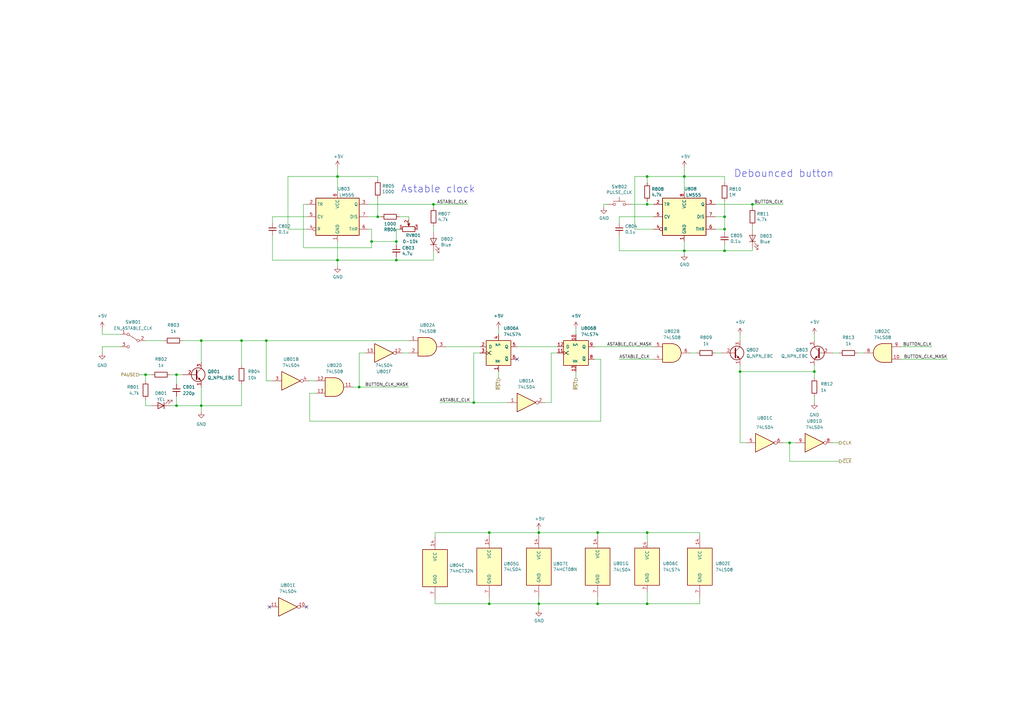
<source format=kicad_sch>
(kicad_sch (version 20211123) (generator eeschema)
  (paper "A3")
  (lib_symbols
    (symbol "74xx:74LS04"
      (property "Reference" "U" (at 0 1.27 0))
      (property "Value" "74LS04" (at 0 -1.27 0))
      (symbol "74LS04_1_0"
        (pin input line (at -7.62 0 0) (length 3.81) (name "~") (number "1"))
        (pin output inverted (at 7.62 0 180) (length 3.81) (name "~") (number "2"))
      )
      (symbol "74LS04_2_0"
        (pin input line (at -7.62 0 0) (length 3.81) (name "~") (number "3"))
        (pin output inverted (at 7.62 0 180) (length 3.81) (name "~") (number "4"))
      )
      (symbol "74LS04_3_0"
        (pin input line (at -7.62 0 0) (length 3.81) (name "~") (number "5"))
        (pin output inverted (at 7.62 0 180) (length 3.81) (name "~") (number "6"))
      )
      (symbol "74LS04_4_0"
        (pin output inverted (at 7.62 0 180) (length 3.81) (name "~") (number "8"))
        (pin input line (at -7.62 0 0) (length 3.81) (name "~") (number "9"))
      )
      (symbol "74LS04_5_0"
        (pin output inverted (at 7.62 0 180) (length 3.81) (name "~") (number "10"))
        (pin input line (at -7.62 0 0) (length 3.81) (name "~") (number "11"))
      )
      (symbol "74LS04_6_0"
        (pin output inverted (at 7.62 0 180) (length 3.81) (name "~") (number "12"))
        (pin input line (at -7.62 0 0) (length 3.81) (name "~") (number "13"))
      )
      (symbol "74LS04_7_0"
        (pin power_in line (at 0 12.7 270) (length 5.08) (name "VCC") (number "14"))
        (pin power_in line (at 0 -12.7 90) (length 5.08) (name "GND") (number "7"))
      )
    )
    (symbol "74xx:74LS08" (pin_names (offset 1.016))
      (property "Reference" "U" (at 0 1.27 0))
      (property "Value" "74LS08" (at 0 -1.27 0))
      (symbol "74LS08_1_1"
        (pin input line (at -7.62 2.54 0) (length 3.81) (name "~") (number "1"))
        (pin input line (at -7.62 -2.54 0) (length 3.81) (name "~") (number "2"))
        (pin output line (at 7.62 0 180) (length 3.81) (name "~") (number "3"))
      )
      (symbol "74LS08_1_2"
        (pin input inverted (at -7.62 2.54 0) (length 4.318) (name "~") (number "1"))
        (pin input inverted (at -7.62 -2.54 0) (length 4.318) (name "~") (number "2"))
        (pin output inverted (at 7.62 0 180) (length 3.81) (name "~") (number "3"))
      )
      (symbol "74LS08_2_1"
        (pin input line (at -7.62 2.54 0) (length 3.81) (name "~") (number "4"))
        (pin input line (at -7.62 -2.54 0) (length 3.81) (name "~") (number "5"))
        (pin output line (at 7.62 0 180) (length 3.81) (name "~") (number "6"))
      )
      (symbol "74LS08_2_2"
        (pin input inverted (at -7.62 2.54 0) (length 4.318) (name "~") (number "4"))
        (pin input inverted (at -7.62 -2.54 0) (length 4.318) (name "~") (number "5"))
        (pin output inverted (at 7.62 0 180) (length 3.81) (name "~") (number "6"))
      )
      (symbol "74LS08_3_1"
        (pin input line (at -7.62 -2.54 0) (length 3.81) (name "~") (number "10"))
        (pin output line (at 7.62 0 180) (length 3.81) (name "~") (number "8"))
        (pin input line (at -7.62 2.54 0) (length 3.81) (name "~") (number "9"))
      )
      (symbol "74LS08_3_2"
        (pin input inverted (at -7.62 -2.54 0) (length 4.318) (name "~") (number "10"))
        (pin output inverted (at 7.62 0 180) (length 3.81) (name "~") (number "8"))
        (pin input inverted (at -7.62 2.54 0) (length 4.318) (name "~") (number "9"))
      )
      (symbol "74LS08_4_1"
        (pin output line (at 7.62 0 180) (length 3.81) (name "~") (number "11"))
        (pin input line (at -7.62 2.54 0) (length 3.81) (name "~") (number "12"))
        (pin input line (at -7.62 -2.54 0) (length 3.81) (name "~") (number "13"))
      )
      (symbol "74LS08_4_2"
        (pin output inverted (at 7.62 0 180) (length 3.81) (name "~") (number "11"))
        (pin input inverted (at -7.62 2.54 0) (length 4.318) (name "~") (number "12"))
        (pin input inverted (at -7.62 -2.54 0) (length 4.318) (name "~") (number "13"))
      )
      (symbol "74LS08_5_0"
        (pin power_in line (at 0 12.7 270) (length 5.08) (name "VCC") (number "14"))
        (pin power_in line (at 0 -12.7 90) (length 5.08) (name "GND") (number "7"))
      )
    )
    (symbol "74xx:74LS74" (pin_names (offset 1.016))
      (property "Reference" "U" (at -7.62 8.89 0))
      (property "Value" "74LS74" (at -7.62 -8.89 0))
      (symbol "74LS74_1_0"
        (pin input line (at 0 -7.62 90) (length 2.54) (name "~{R}") (number "1"))
        (pin input line (at -7.62 2.54 0) (length 2.54) (name "D") (number "2"))
        (pin input clock (at -7.62 0 0) (length 2.54) (name "C") (number "3"))
        (pin input line (at 0 7.62 270) (length 2.54) (name "~{S}") (number "4"))
        (pin output line (at 7.62 2.54 180) (length 2.54) (name "Q") (number "5"))
        (pin output line (at 7.62 -2.54 180) (length 2.54) (name "~{Q}") (number "6"))
      )
      (symbol "74LS74_2_0"
        (pin input line (at 0 7.62 270) (length 2.54) (name "~{S}") (number "10"))
        (pin input clock (at -7.62 0 0) (length 2.54) (name "C") (number "11"))
        (pin input line (at -7.62 2.54 0) (length 2.54) (name "D") (number "12"))
        (pin input line (at 0 -7.62 90) (length 2.54) (name "~{R}") (number "13"))
        (pin output line (at 7.62 -2.54 180) (length 2.54) (name "~{Q}") (number "8"))
        (pin output line (at 7.62 2.54 180) (length 2.54) (name "Q") (number "9"))
      )
      (symbol "74LS74_3_0"
        (pin power_in line (at 0 10.16 270) (length 2.54) (name "VCC") (number "14"))
        (pin power_in line (at 0 -10.16 90) (length 2.54) (name "GND") (number "7"))
      )
    )
    (symbol "Breadboard_CPU-rescue:74LS04-74xx"
      (property "Reference" "U" (at 0 1.27 0))
      (property "Value" "74LS04-74xx" (at 0 -1.27 0))
      (symbol "74LS04-74xx_1_0"
        (pin input line (at -7.62 0 0) (length 3.81) (name "~") (number "1"))
        (pin output inverted (at 7.62 0 180) (length 3.81) (name "~") (number "2"))
      )
      (symbol "74LS04-74xx_2_0"
        (pin input line (at -7.62 0 0) (length 3.81) (name "~") (number "3"))
        (pin output inverted (at 7.62 0 180) (length 3.81) (name "~") (number "4"))
      )
      (symbol "74LS04-74xx_3_0"
        (pin input line (at -7.62 0 0) (length 3.81) (name "~") (number "5"))
        (pin output inverted (at 7.62 0 180) (length 3.81) (name "~") (number "6"))
      )
      (symbol "74LS04-74xx_4_0"
        (pin output inverted (at 7.62 0 180) (length 3.81) (name "~") (number "8"))
        (pin input line (at -7.62 0 0) (length 3.81) (name "~") (number "9"))
      )
      (symbol "74LS04-74xx_5_0"
        (pin output inverted (at 7.62 0 180) (length 3.81) (name "~") (number "10"))
        (pin input line (at -7.62 0 0) (length 3.81) (name "~") (number "11"))
      )
      (symbol "74LS04-74xx_6_0"
        (pin output inverted (at 7.62 0 180) (length 3.81) (name "~") (number "12"))
        (pin input line (at -7.62 0 0) (length 3.81) (name "~") (number "13"))
      )
      (symbol "74LS04-74xx_7_0"
        (pin power_in line (at 0 12.7 270) (length 5.08) (name "VCC") (number "14"))
        (pin power_in line (at 0 -12.7 90) (length 5.08) (name "GND") (number "7"))
      )
    )
    (symbol "Breadboard_CPU-rescue:74LS08-74xx" (pin_names (offset 1.016))
      (property "Reference" "U" (at 0 1.27 0))
      (property "Value" "74LS08-74xx" (at 0 -1.27 0))
      (symbol "74LS08-74xx_1_1"
        (pin input line (at -7.62 2.54 0) (length 3.81) (name "~") (number "1"))
        (pin input line (at -7.62 -2.54 0) (length 3.81) (name "~") (number "2"))
        (pin output line (at 7.62 0 180) (length 3.81) (name "~") (number "3"))
      )
      (symbol "74LS08-74xx_1_2"
        (pin input inverted (at -7.62 2.54 0) (length 4.318) (name "~") (number "1"))
        (pin input inverted (at -7.62 -2.54 0) (length 4.318) (name "~") (number "2"))
        (pin output inverted (at 7.62 0 180) (length 3.81) (name "~") (number "3"))
      )
      (symbol "74LS08-74xx_2_1"
        (pin input line (at -7.62 2.54 0) (length 3.81) (name "~") (number "4"))
        (pin input line (at -7.62 -2.54 0) (length 3.81) (name "~") (number "5"))
        (pin output line (at 7.62 0 180) (length 3.81) (name "~") (number "6"))
      )
      (symbol "74LS08-74xx_2_2"
        (pin input inverted (at -7.62 2.54 0) (length 4.318) (name "~") (number "4"))
        (pin input inverted (at -7.62 -2.54 0) (length 4.318) (name "~") (number "5"))
        (pin output inverted (at 7.62 0 180) (length 3.81) (name "~") (number "6"))
      )
      (symbol "74LS08-74xx_3_1"
        (pin input line (at -7.62 -2.54 0) (length 3.81) (name "~") (number "10"))
        (pin output line (at 7.62 0 180) (length 3.81) (name "~") (number "8"))
        (pin input line (at -7.62 2.54 0) (length 3.81) (name "~") (number "9"))
      )
      (symbol "74LS08-74xx_3_2"
        (pin input inverted (at -7.62 -2.54 0) (length 4.318) (name "~") (number "10"))
        (pin output inverted (at 7.62 0 180) (length 3.81) (name "~") (number "8"))
        (pin input inverted (at -7.62 2.54 0) (length 4.318) (name "~") (number "9"))
      )
      (symbol "74LS08-74xx_4_1"
        (pin output line (at 7.62 0 180) (length 3.81) (name "~") (number "11"))
        (pin input line (at -7.62 2.54 0) (length 3.81) (name "~") (number "12"))
        (pin input line (at -7.62 -2.54 0) (length 3.81) (name "~") (number "13"))
      )
      (symbol "74LS08-74xx_4_2"
        (pin output inverted (at 7.62 0 180) (length 3.81) (name "~") (number "11"))
        (pin input inverted (at -7.62 2.54 0) (length 4.318) (name "~") (number "12"))
        (pin input inverted (at -7.62 -2.54 0) (length 4.318) (name "~") (number "13"))
      )
      (symbol "74LS08-74xx_5_0"
        (pin power_in line (at 0 12.7 270) (length 5.08) (name "VCC") (number "14"))
        (pin power_in line (at 0 -12.7 90) (length 5.08) (name "GND") (number "7"))
      )
    )
    (symbol "Breadboard_CPU-rescue:74LS32-74xx" (pin_names (offset 1.016))
      (property "Reference" "U" (at 0 1.27 0))
      (property "Value" "74LS32-74xx" (at 0 -1.27 0))
      (symbol "74LS32-74xx_1_1"
        (pin input line (at -7.62 2.54 0) (length 4.318) (name "~") (number "1"))
        (pin input line (at -7.62 -2.54 0) (length 4.318) (name "~") (number "2"))
        (pin output line (at 7.62 0 180) (length 3.81) (name "~") (number "3"))
      )
      (symbol "74LS32-74xx_1_2"
        (pin input inverted (at -7.62 2.54 0) (length 3.81) (name "~") (number "1"))
        (pin input inverted (at -7.62 -2.54 0) (length 3.81) (name "~") (number "2"))
        (pin output inverted (at 7.62 0 180) (length 3.81) (name "~") (number "3"))
      )
      (symbol "74LS32-74xx_2_1"
        (pin input line (at -7.62 2.54 0) (length 4.318) (name "~") (number "4"))
        (pin input line (at -7.62 -2.54 0) (length 4.318) (name "~") (number "5"))
        (pin output line (at 7.62 0 180) (length 3.81) (name "~") (number "6"))
      )
      (symbol "74LS32-74xx_2_2"
        (pin input inverted (at -7.62 2.54 0) (length 3.81) (name "~") (number "4"))
        (pin input inverted (at -7.62 -2.54 0) (length 3.81) (name "~") (number "5"))
        (pin output inverted (at 7.62 0 180) (length 3.81) (name "~") (number "6"))
      )
      (symbol "74LS32-74xx_3_1"
        (pin input line (at -7.62 -2.54 0) (length 4.318) (name "~") (number "10"))
        (pin output line (at 7.62 0 180) (length 3.81) (name "~") (number "8"))
        (pin input line (at -7.62 2.54 0) (length 4.318) (name "~") (number "9"))
      )
      (symbol "74LS32-74xx_3_2"
        (pin input inverted (at -7.62 -2.54 0) (length 3.81) (name "~") (number "10"))
        (pin output inverted (at 7.62 0 180) (length 3.81) (name "~") (number "8"))
        (pin input inverted (at -7.62 2.54 0) (length 3.81) (name "~") (number "9"))
      )
      (symbol "74LS32-74xx_4_1"
        (pin output line (at 7.62 0 180) (length 3.81) (name "~") (number "11"))
        (pin input line (at -7.62 2.54 0) (length 4.318) (name "~") (number "12"))
        (pin input line (at -7.62 -2.54 0) (length 4.318) (name "~") (number "13"))
      )
      (symbol "74LS32-74xx_4_2"
        (pin output inverted (at 7.62 0 180) (length 3.81) (name "~") (number "11"))
        (pin input inverted (at -7.62 2.54 0) (length 3.81) (name "~") (number "12"))
        (pin input inverted (at -7.62 -2.54 0) (length 3.81) (name "~") (number "13"))
      )
      (symbol "74LS32-74xx_5_0"
        (pin power_in line (at 0 12.7 270) (length 5.08) (name "VCC") (number "14"))
        (pin power_in line (at 0 -12.7 90) (length 5.08) (name "GND") (number "7"))
      )
    )
    (symbol "Breadboard_CPU-rescue:C_Small-Device" (pin_numbers hide) (pin_names (offset 0.254) hide)
      (property "Reference" "C" (at 0.254 1.778 0))
      (property "Value" "C_Small-Device" (at 0.254 -2.032 0))
      (symbol "C_Small-Device_1_1"
        (pin passive line (at 0 2.54 270) (length 2.032) (name "~") (number "1"))
        (pin passive line (at 0 -2.54 90) (length 2.032) (name "~") (number "2"))
      )
    )
    (symbol "Breadboard_CPU-rescue:GND-power" (power) (pin_names (offset 0))
      (property "Value" "GND-power" (at 0 -3.81 0))
      (symbol "GND-power_1_1"
        (pin power_in line (at 0 0 270) (length 0) hide (name "GND") (number "1"))
      )
    )
    (symbol "Breadboard_CPU-rescue:LED-Device" (pin_numbers hide) (pin_names (offset 1.016) hide)
      (property "Reference" "D" (at 0 2.54 0))
      (property "Value" "LED-Device" (at 0 -2.54 0))
      (symbol "LED-Device_1_1"
        (pin passive line (at -3.81 0 0) (length 2.54) (name "K") (number "1"))
        (pin passive line (at 3.81 0 180) (length 2.54) (name "A") (number "2"))
      )
    )
    (symbol "Breadboard_CPU-rescue:LM555-Timer"
      (property "Reference" "U" (at -10.16 8.89 0))
      (property "Value" "LM555-Timer" (at 2.54 8.89 0))
      (symbol "LM555-Timer_0_0"
        (pin power_in line (at 0 -10.16 90) (length 2.54) (name "GND") (number "1"))
        (pin power_in line (at 0 10.16 270) (length 2.54) (name "VCC") (number "8"))
      )
      (symbol "LM555-Timer_1_1"
        (pin input line (at -12.7 5.08 0) (length 3.81) (name "TR") (number "2"))
        (pin output line (at 12.7 5.08 180) (length 3.81) (name "Q") (number "3"))
        (pin input inverted (at -12.7 -5.08 0) (length 3.81) (name "R") (number "4"))
        (pin input line (at -12.7 0 0) (length 3.81) (name "CV") (number "5"))
        (pin input line (at 12.7 -5.08 180) (length 3.81) (name "THR") (number "6"))
        (pin input line (at 12.7 0 180) (length 3.81) (name "DIS") (number "7"))
      )
    )
    (symbol "Breadboard_CPU-rescue:R-Device" (pin_numbers hide) (pin_names (offset 0))
      (property "Reference" "R" (at 2.032 0 90))
      (property "Value" "R-Device" (at 0 0 90))
      (symbol "R-Device_1_1"
        (pin passive line (at 0 3.81 270) (length 1.27) (name "~") (number "1"))
        (pin passive line (at 0 -3.81 90) (length 1.27) (name "~") (number "2"))
      )
    )
    (symbol "Breadboard_CPU-rescue:R_POT-Device" (pin_names (offset 1.016) hide)
      (property "Reference" "RV" (at -4.445 0 90))
      (property "Value" "R_POT-Device" (at -2.54 0 90))
      (symbol "R_POT-Device_1_1"
        (pin passive line (at 0 3.81 270) (length 1.27) (name "1") (number "1"))
        (pin passive line (at 3.81 0 180) (length 1.27) (name "2") (number "2"))
        (pin passive line (at 0 -3.81 90) (length 1.27) (name "3") (number "3"))
      )
    )
    (symbol "Breadboard_CPU-rescue:SW_Push-Switch" (pin_numbers hide) (pin_names (offset 1.016) hide)
      (property "Reference" "SW" (at 1.27 2.54 0))
      (property "Value" "SW_Push-Switch" (at 0 -1.524 0))
      (symbol "SW_Push-Switch_0_1"
        (pin passive line (at -5.08 0 0) (length 2.54) (name "1") (number "1"))
        (pin passive line (at 5.08 0 180) (length 2.54) (name "2") (number "2"))
      )
    )
    (symbol "Breadboard_CPU-rescue:SW_SPDT-Switch" (pin_names (offset 0) hide)
      (property "Reference" "SW" (at 0 4.318 0))
      (property "Value" "SW_SPDT-Switch" (at 0 -5.08 0))
      (symbol "SW_SPDT-Switch_1_1"
        (pin passive line (at 5.08 2.54 180) (length 2.54) (name "A") (number "1"))
        (pin passive line (at -5.08 0 0) (length 2.54) (name "B") (number "2"))
        (pin passive line (at 5.08 -2.54 180) (length 2.54) (name "C") (number "3"))
      )
    )
    (symbol "Device:C_Small" (pin_numbers hide) (pin_names (offset 0.254) hide)
      (property "Reference" "C" (at 0.254 1.778 0))
      (property "Value" "C_Small" (at 0.254 -2.032 0))
      (symbol "C_Small_1_1"
        (pin passive line (at 0 2.54 270) (length 2.032) (name "~") (number "1"))
        (pin passive line (at 0 -2.54 90) (length 2.032) (name "~") (number "2"))
      )
    )
    (symbol "Device:LED" (pin_numbers hide) (pin_names (offset 1.016) hide)
      (property "Reference" "D" (at 0 2.54 0))
      (property "Value" "LED" (at 0 -2.54 0))
      (symbol "LED_1_1"
        (pin passive line (at -3.81 0 0) (length 2.54) (name "K") (number "1"))
        (pin passive line (at 3.81 0 180) (length 2.54) (name "A") (number "2"))
      )
    )
    (symbol "Device:Q_NPN_EBC" (pin_names (offset 0) hide)
      (property "Reference" "Q" (at 5.08 1.27 0))
      (property "Value" "Q_NPN_EBC" (at 5.08 -1.27 0))
      (symbol "Q_NPN_EBC_1_1"
        (pin passive line (at 2.54 -5.08 90) (length 2.54) (name "E") (number "1"))
        (pin passive line (at -5.08 0 0) (length 5.715) (name "B") (number "2"))
        (pin passive line (at 2.54 5.08 270) (length 2.54) (name "C") (number "3"))
      )
    )
    (symbol "Device:R" (pin_numbers hide) (pin_names (offset 0))
      (property "Reference" "R" (at 2.032 0 90))
      (property "Value" "R" (at 0 0 90))
      (symbol "R_1_1"
        (pin passive line (at 0 3.81 270) (length 1.27) (name "~") (number "1"))
        (pin passive line (at 0 -3.81 90) (length 1.27) (name "~") (number "2"))
      )
    )
    (symbol "power:+5V" (power) (pin_names (offset 0))
      (property "Value" "+5V" (at 0 3.556 0))
      (symbol "+5V_1_1"
        (pin power_in line (at 0 0 90) (length 0) hide (name "+5V") (number "1"))
      )
    )
    (symbol "power:GND" (power) (pin_names (offset 0))
      (property "Value" "GND" (at 0 -3.81 0))
      (symbol "GND_1_1"
        (pin power_in line (at 0 0 270) (length 0) hide (name "GND") (number "1"))
      )
    )
  )
  (junction (at 72.39 166.37))
  (junction (at 220.98 218.44))
  (junction (at 297.18 88.9))
  (junction (at 265.43 247.65))
  (junction (at 200.66 218.44))
  (junction (at 308.61 83.82))
  (junction (at 280.67 102.87))
  (junction (at 194.31 165.1))
  (junction (at 200.66 247.65))
  (junction (at 297.18 102.87))
  (junction (at 280.67 72.39))
  (junction (at 72.39 153.67))
  (junction (at 323.85 181.61))
  (junction (at 245.11 218.44))
  (junction (at 220.98 247.65))
  (junction (at 154.94 88.9))
  (junction (at 334.01 152.4))
  (junction (at 138.43 106.68))
  (junction (at 265.43 83.82))
  (junction (at 245.11 247.65))
  (junction (at 265.43 218.44))
  (junction (at 177.8 83.82))
  (junction (at 297.18 93.98))
  (junction (at 162.56 99.06))
  (junction (at 303.53 152.4))
  (junction (at 265.43 72.39))
  (junction (at 152.4 99.06))
  (junction (at 138.43 72.39))
  (junction (at 82.55 139.7))
  (junction (at 147.32 158.75))
  (junction (at 162.56 106.68))
  (junction (at 82.55 166.37))
  (junction (at 109.22 139.7))
  (junction (at 59.69 153.67))
  (junction (at 99.06 139.7))
  (no_connect (at 212.09 147.32))
  (no_connect (at 110.49 248.92))
  (no_connect (at 125.73 248.92))
  (wire (pts (xy 138.43 106.68) (xy 138.43 109.22)))
  (wire (pts (xy 297.18 93.98) (xy 297.18 95.25)))
  (wire (pts (xy 154.94 88.9) (xy 151.13 88.9)))
  (wire (pts (xy 334.01 162.56) (xy 334.01 165.1)))
  (wire (pts (xy 194.31 165.1) (xy 194.31 144.78)))
  (wire (pts (xy 254 88.9) (xy 267.97 88.9)))
  (wire (pts (xy 267.97 147.32) (xy 254 147.32)))
  (wire (pts (xy 334.01 152.4) (xy 334.01 154.94)))
  (wire (pts (xy 124.46 101.6) (xy 152.4 101.6)))
  (wire (pts (xy 178.435 247.65) (xy 200.66 247.65)))
  (wire (pts (xy 69.85 166.37) (xy 72.39 166.37)))
  (wire (pts (xy 138.43 68.58) (xy 138.43 72.39)))
  (wire (pts (xy 220.98 247.65) (xy 220.98 250.19)))
  (wire (pts (xy 287.02 218.44) (xy 287.02 219.71)))
  (wire (pts (xy 308.61 92.71) (xy 308.61 93.98)))
  (wire (pts (xy 138.43 72.39) (xy 138.43 78.74)))
  (wire (pts (xy 41.91 134.62) (xy 41.91 137.16)))
  (wire (pts (xy 323.85 181.61) (xy 326.39 181.61)))
  (wire (pts (xy 265.43 247.65) (xy 287.02 247.65)))
  (wire (pts (xy 254 91.44) (xy 254 88.9)))
  (wire (pts (xy 165.1 144.78) (xy 167.64 144.78)))
  (wire (pts (xy 287.02 247.65) (xy 287.02 245.11)))
  (wire (pts (xy 344.17 189.23) (xy 323.85 189.23)))
  (wire (pts (xy 204.47 134.62) (xy 204.47 137.16)))
  (wire (pts (xy 59.69 139.7) (xy 67.31 139.7)))
  (wire (pts (xy 41.91 144.78) (xy 41.91 142.24)))
  (wire (pts (xy 82.55 158.75) (xy 82.55 166.37)))
  (wire (pts (xy 167.64 88.9) (xy 163.83 88.9)))
  (wire (pts (xy 293.37 144.78) (xy 295.91 144.78)))
  (wire (pts (xy 334.01 137.16) (xy 334.01 139.7)))
  (wire (pts (xy 152.4 99.06) (xy 162.56 99.06)))
  (wire (pts (xy 194.31 144.78) (xy 196.85 144.78)))
  (wire (pts (xy 280.67 72.39) (xy 297.18 72.39)))
  (wire (pts (xy 41.91 137.16) (xy 49.53 137.16)))
  (wire (pts (xy 72.39 157.48) (xy 72.39 153.67)))
  (wire (pts (xy 111.76 91.44) (xy 111.76 88.9)))
  (wire (pts (xy 303.53 181.61) (xy 306.07 181.61)))
  (wire (pts (xy 127 156.21) (xy 129.54 156.21)))
  (wire (pts (xy 344.17 181.61) (xy 341.63 181.61)))
  (wire (pts (xy 177.8 92.71) (xy 177.8 95.25)))
  (wire (pts (xy 259.08 83.82) (xy 265.43 83.82)))
  (wire (pts (xy 303.53 152.4) (xy 334.01 152.4)))
  (wire (pts (xy 265.43 222.25) (xy 265.43 218.44)))
  (wire (pts (xy 293.37 83.82) (xy 308.61 83.82)))
  (wire (pts (xy 323.85 181.61) (xy 321.31 181.61)))
  (wire (pts (xy 236.22 152.4) (xy 236.22 154.94)))
  (wire (pts (xy 220.98 245.11) (xy 220.98 247.65)))
  (wire (pts (xy 265.43 72.39) (xy 280.67 72.39)))
  (wire (pts (xy 226.06 165.1) (xy 226.06 144.78)))
  (wire (pts (xy 109.22 139.7) (xy 109.22 156.21)))
  (wire (pts (xy 212.09 142.24) (xy 228.6 142.24)))
  (wire (pts (xy 245.11 247.65) (xy 265.43 247.65)))
  (wire (pts (xy 72.39 166.37) (xy 82.55 166.37)))
  (wire (pts (xy 59.69 163.83) (xy 59.69 166.37)))
  (wire (pts (xy 109.22 139.7) (xy 167.64 139.7)))
  (wire (pts (xy 297.18 102.87) (xy 308.61 102.87)))
  (wire (pts (xy 99.06 139.7) (xy 109.22 139.7)))
  (wire (pts (xy 59.69 153.67) (xy 62.23 153.67)))
  (wire (pts (xy 162.56 99.06) (xy 162.56 100.33)))
  (wire (pts (xy 285.75 144.78) (xy 283.21 144.78)))
  (wire (pts (xy 248.92 83.82) (xy 247.65 83.82)))
  (wire (pts (xy 223.52 165.1) (xy 226.06 165.1)))
  (wire (pts (xy 111.76 106.68) (xy 138.43 106.68)))
  (wire (pts (xy 254 96.52) (xy 254 102.87)))
  (wire (pts (xy 82.55 139.7) (xy 82.55 148.59)))
  (wire (pts (xy 177.8 83.82) (xy 177.8 85.09)))
  (wire (pts (xy 220.98 218.44) (xy 200.66 218.44)))
  (wire (pts (xy 138.43 72.39) (xy 154.94 72.39)))
  (wire (pts (xy 127 161.29) (xy 127 172.72)))
  (wire (pts (xy 74.93 139.7) (xy 82.55 139.7)))
  (wire (pts (xy 200.66 218.44) (xy 200.66 219.71)))
  (wire (pts (xy 154.94 72.39) (xy 154.94 73.66)))
  (wire (pts (xy 152.4 93.98) (xy 152.4 99.06)))
  (wire (pts (xy 167.64 88.9) (xy 167.64 90.17)))
  (wire (pts (xy 369.57 142.24) (xy 382.27 142.24)))
  (wire (pts (xy 280.67 99.06) (xy 280.67 102.87)))
  (wire (pts (xy 156.21 88.9) (xy 154.94 88.9)))
  (wire (pts (xy 82.55 166.37) (xy 82.55 168.91)))
  (wire (pts (xy 254 102.87) (xy 280.67 102.87)))
  (wire (pts (xy 297.18 72.39) (xy 297.18 74.93)))
  (wire (pts (xy 151.13 93.98) (xy 152.4 93.98)))
  (wire (pts (xy 138.43 99.06) (xy 138.43 106.68)))
  (wire (pts (xy 308.61 101.6) (xy 308.61 102.87)))
  (wire (pts (xy 41.91 142.24) (xy 49.53 142.24)))
  (wire (pts (xy 267.97 93.98) (xy 260.35 93.98)))
  (wire (pts (xy 127 172.72) (xy 246.38 172.72)))
  (wire (pts (xy 280.67 72.39) (xy 280.67 68.58)))
  (wire (pts (xy 303.53 137.16) (xy 303.53 139.7)))
  (wire (pts (xy 308.61 83.82) (xy 308.61 85.09)))
  (wire (pts (xy 194.31 165.1) (xy 208.28 165.1)))
  (wire (pts (xy 220.98 218.44) (xy 245.11 218.44)))
  (wire (pts (xy 204.47 154.94) (xy 204.47 152.4)))
  (wire (pts (xy 69.85 153.67) (xy 72.39 153.67)))
  (wire (pts (xy 154.94 81.28) (xy 154.94 88.9)))
  (wire (pts (xy 129.54 161.29) (xy 127 161.29)))
  (wire (pts (xy 118.11 72.39) (xy 138.43 72.39)))
  (wire (pts (xy 111.76 96.52) (xy 111.76 106.68)))
  (wire (pts (xy 162.56 93.98) (xy 162.56 99.06)))
  (wire (pts (xy 303.53 149.86) (xy 303.53 152.4)))
  (wire (pts (xy 111.76 156.21) (xy 109.22 156.21)))
  (wire (pts (xy 265.43 218.44) (xy 245.11 218.44)))
  (wire (pts (xy 297.18 82.55) (xy 297.18 88.9)))
  (wire (pts (xy 265.43 74.93) (xy 265.43 72.39)))
  (wire (pts (xy 265.43 82.55) (xy 265.43 83.82)))
  (wire (pts (xy 265.43 247.65) (xy 265.43 242.57)))
  (wire (pts (xy 265.43 83.82) (xy 267.97 83.82)))
  (wire (pts (xy 369.57 147.32) (xy 388.62 147.32)))
  (wire (pts (xy 82.55 166.37) (xy 99.06 166.37)))
  (wire (pts (xy 297.18 102.87) (xy 280.67 102.87)))
  (wire (pts (xy 178.435 247.65) (xy 178.435 245.745)))
  (wire (pts (xy 220.98 247.65) (xy 245.11 247.65)))
  (wire (pts (xy 99.06 157.48) (xy 99.06 166.37)))
  (wire (pts (xy 147.32 144.78) (xy 149.86 144.78)))
  (wire (pts (xy 220.98 217.17) (xy 220.98 218.44)))
  (wire (pts (xy 280.67 102.87) (xy 280.67 104.14)))
  (wire (pts (xy 245.11 218.44) (xy 245.11 219.71)))
  (wire (pts (xy 200.66 245.11) (xy 200.66 247.65)))
  (wire (pts (xy 303.53 152.4) (xy 303.53 181.61)))
  (wire (pts (xy 297.18 88.9) (xy 297.18 93.98)))
  (wire (pts (xy 72.39 162.56) (xy 72.39 166.37)))
  (wire (pts (xy 226.06 144.78) (xy 228.6 144.78)))
  (wire (pts (xy 246.38 147.32) (xy 243.84 147.32)))
  (wire (pts (xy 308.61 83.82) (xy 321.31 83.82)))
  (wire (pts (xy 178.435 220.345) (xy 178.435 218.44)))
  (wire (pts (xy 163.83 93.98) (xy 162.56 93.98)))
  (wire (pts (xy 265.43 218.44) (xy 287.02 218.44)))
  (wire (pts (xy 280.67 78.74) (xy 280.67 72.39)))
  (wire (pts (xy 162.56 106.68) (xy 177.8 106.68)))
  (wire (pts (xy 144.78 158.75) (xy 147.32 158.75)))
  (wire (pts (xy 177.8 83.82) (xy 191.77 83.82)))
  (wire (pts (xy 57.15 153.67) (xy 59.69 153.67)))
  (wire (pts (xy 124.46 83.82) (xy 124.46 101.6)))
  (wire (pts (xy 354.33 144.78) (xy 351.79 144.78)))
  (wire (pts (xy 118.11 72.39) (xy 118.11 93.98)))
  (wire (pts (xy 99.06 139.7) (xy 99.06 149.86)))
  (wire (pts (xy 182.88 142.24) (xy 196.85 142.24)))
  (wire (pts (xy 293.37 88.9) (xy 297.18 88.9)))
  (wire (pts (xy 243.84 142.24) (xy 267.97 142.24)))
  (wire (pts (xy 82.55 139.7) (xy 99.06 139.7)))
  (wire (pts (xy 178.435 218.44) (xy 200.66 218.44)))
  (wire (pts (xy 200.66 247.65) (xy 220.98 247.65)))
  (wire (pts (xy 59.69 166.37) (xy 62.23 166.37)))
  (wire (pts (xy 334.01 152.4) (xy 334.01 149.86)))
  (wire (pts (xy 151.13 83.82) (xy 177.8 83.82)))
  (wire (pts (xy 125.73 83.82) (xy 124.46 83.82)))
  (wire (pts (xy 59.69 153.67) (xy 59.69 156.21)))
  (wire (pts (xy 118.11 93.98) (xy 125.73 93.98)))
  (wire (pts (xy 246.38 172.72) (xy 246.38 147.32)))
  (wire (pts (xy 323.85 189.23) (xy 323.85 181.61)))
  (wire (pts (xy 260.35 93.98) (xy 260.35 72.39)))
  (wire (pts (xy 162.56 105.41) (xy 162.56 106.68)))
  (wire (pts (xy 341.63 144.78) (xy 344.17 144.78)))
  (wire (pts (xy 72.39 153.67) (xy 74.93 153.67)))
  (wire (pts (xy 247.65 83.82) (xy 247.65 85.09)))
  (wire (pts (xy 147.32 158.75) (xy 167.64 158.75)))
  (wire (pts (xy 297.18 100.33) (xy 297.18 102.87)))
  (wire (pts (xy 194.31 165.1) (xy 180.34 165.1)))
  (wire (pts (xy 245.11 247.65) (xy 245.11 245.11)))
  (wire (pts (xy 111.76 88.9) (xy 125.73 88.9)))
  (wire (pts (xy 260.35 72.39) (xy 265.43 72.39)))
  (wire (pts (xy 236.22 134.62) (xy 236.22 137.16)))
  (wire (pts (xy 147.32 158.75) (xy 147.32 144.78)))
  (wire (pts (xy 177.8 102.87) (xy 177.8 106.68)))
  (wire (pts (xy 138.43 106.68) (xy 162.56 106.68)))
  (wire (pts (xy 152.4 99.06) (xy 152.4 101.6)))
  (wire (pts (xy 220.98 218.44) (xy 220.98 219.71)))
  (wire (pts (xy 297.18 93.98) (xy 293.37 93.98)))
  (text "Debounced button" (at 300.99 73.025 0) (effects (font (size 2.9972 2.9972)) (justify left bottom)))
  (text "Astable clock" (at 194.945 79.375 180) (effects (font (size 2.9972 2.9972)) (justify right bottom)))
  (label "BUTTON_CLK_MASK" (at 388.62 147.32 180))
  (label "BUTTON_CLK_MASK" (at 167.64 158.75 180))
  (label "ASTABLE_CLK" (at 180.34 165.1 0))
  (label "ASTABLE_CLK" (at 254 147.32 0))
  (label "ASTABLE_CLK_MASK" (at 248.92 142.24 0))
  (label "BUTTON_CLK" (at 382.27 142.24 180))
  (label "ASTABLE_CLK" (at 191.77 83.82 180))
  (label "BUTTON_CLK" (at 321.31 83.82 180))
  (hierarchical_label "~{RST}" (shape input) (at 236.22 154.94 270))
  (hierarchical_label "CLK" (shape output) (at 344.17 181.61 0))
  (hierarchical_label "~{CLK}" (shape output) (at 344.17 189.23 0))
  (hierarchical_label "PAUSE" (shape input) (at 57.15 153.67 180))
  (hierarchical_label "~{RST}" (shape input) (at 204.47 154.94 270))
  (symbol (lib_id "Breadboard_CPU-rescue:LM555-Timer") (at 138.43 88.9 0) (unit 1)
    (property "Reference" "U803" (at 140.97 77.47 0))
    (property "Value" "LM555" (at 142.24 80.01 0))
    (property "Datasheet" "http://www.ti.com/lit/ds/symlink/lm555.pdf" (effects hide))
  )
  (symbol (lib_id "Breadboard_CPU-rescue:LM555-Timer") (at 280.67 88.9 0) (unit 1)
    (property "Reference" "U808" (at 283.21 77.47 0))
    (property "Value" "LM555" (at 284.48 80.01 0))
    (property "Datasheet" "http://www.ti.com/lit/ds/symlink/lm555.pdf" (effects hide))
  )
  (symbol (lib_id "Breadboard_CPU-rescue:R-Device") (at 265.43 78.74 0) (unit 1)
    (property "Reference" "R808" (at 267.208 77.5716 0) (effects (justify left)))
    (property "Value" "4.7k" (at 267.208 79.883 0) (effects (justify left)))
  )
  (symbol (lib_id "Breadboard_CPU-rescue:C_Small-Device") (at 162.56 102.87 0) (unit 1)
    (property "Reference" "C803" (at 164.8968 101.7016 0) (effects (justify left)))
    (property "Value" "4.7u" (at 164.8968 104.013 0) (effects (justify left)))
  )
  (symbol (lib_id "Breadboard_CPU-rescue:R-Device") (at 297.18 78.74 0) (unit 1)
    (property "Reference" "R810" (at 298.958 77.5716 0) (effects (justify left)))
    (property "Value" "1M" (at 298.958 79.883 0) (effects (justify left)))
  )
  (symbol (lib_id "Breadboard_CPU-rescue:R-Device") (at 177.8 88.9 0) (unit 1)
    (property "Reference" "R807" (at 179.578 87.7316 0) (effects (justify left)))
    (property "Value" "4.7k" (at 179.578 90.043 0) (effects (justify left)))
  )
  (symbol (lib_id "Breadboard_CPU-rescue:C_Small-Device") (at 111.76 93.98 0) (unit 1)
    (property "Reference" "C802" (at 114.0968 92.8116 0) (effects (justify left)))
    (property "Value" "0.1u" (at 114.0968 95.123 0) (effects (justify left)))
  )
  (symbol (lib_id "Breadboard_CPU-rescue:R-Device") (at 160.02 88.9 270) (unit 1)
    (property "Reference" "R806" (at 160.02 94.1578 90))
    (property "Value" "1000" (at 160.02 91.8464 90))
  )
  (symbol (lib_id "Breadboard_CPU-rescue:R-Device") (at 154.94 77.47 0) (unit 1)
    (property "Reference" "R805" (at 156.718 76.3016 0) (effects (justify left)))
    (property "Value" "1000" (at 156.718 78.613 0) (effects (justify left)))
    (property "Note" "Two 1.8k's in series" (effects hide))
  )
  (symbol (lib_id "Breadboard_CPU-rescue:R_POT-Device") (at 167.64 93.98 90) (unit 1)
    (property "Reference" "RV801" (at 166.37 96.52 90) (effects (justify right)))
    (property "Value" "0-10k" (at 165.1 99.06 90) (effects (justify right)))
  )
  (symbol (lib_id "Breadboard_CPU-rescue:LED-Device") (at 177.8 99.06 90) (unit 1)
    (property "Reference" "D802" (at 180.7718 98.0694 90) (effects (justify right)))
    (property "Value" "Blue" (at 180.7718 100.3808 90) (effects (justify right)))
  )
  (symbol (lib_id "Breadboard_CPU-rescue:GND-power") (at 138.43 109.22 0) (unit 1)
    (property "Reference" "#PWR0805" (effects hide))
    (property "Value" "GND" (at 138.557 113.6142 0))
  )
  (symbol (lib_id "Breadboard_CPU-rescue:C_Small-Device") (at 254 93.98 0) (unit 1)
    (property "Reference" "C804" (at 256.3368 92.8116 0) (effects (justify left)))
    (property "Value" "0.1u" (at 256.3368 95.123 0) (effects (justify left)))
  )
  (symbol (lib_id "Breadboard_CPU-rescue:C_Small-Device") (at 297.18 97.79 0) (unit 1)
    (property "Reference" "C805" (at 299.5168 96.6216 0) (effects (justify left)))
    (property "Value" "0.1u" (at 299.5168 98.933 0) (effects (justify left)))
  )
  (symbol (lib_id "Breadboard_CPU-rescue:SW_Push-Switch") (at 254 83.82 0) (unit 1)
    (property "Reference" "SW802" (at 254 76.581 0))
    (property "Value" "PULSE_CLK" (at 254 78.8924 0))
  )
  (symbol (lib_id "Breadboard_CPU-rescue:GND-power") (at 247.65 85.09 0) (unit 1)
    (property "Reference" "#PWR0810" (effects hide))
    (property "Value" "GND" (at 247.777 89.4842 0))
  )
  (symbol (lib_id "Breadboard_CPU-rescue:GND-power") (at 280.67 104.14 0) (unit 1)
    (property "Reference" "#PWR0812" (effects hide))
    (property "Value" "GND" (at 280.797 108.5342 0))
  )
  (symbol (lib_id "Breadboard_CPU-rescue:R-Device") (at 308.61 88.9 0) (unit 1)
    (property "Reference" "R811" (at 310.388 87.7316 0) (effects (justify left)))
    (property "Value" "4.7k" (at 310.388 90.043 0) (effects (justify left)))
  )
  (symbol (lib_id "Breadboard_CPU-rescue:LED-Device") (at 308.61 97.79 90) (unit 1)
    (property "Reference" "D803" (at 311.5818 96.7994 90) (effects (justify right)))
    (property "Value" "Blue" (at 311.5818 99.1108 90) (effects (justify right)))
  )
  (symbol (lib_id "Breadboard_CPU-rescue:74LS32-74xx") (at 178.435 233.045 0) (unit 5)
    (property "Reference" "U804" (at 184.277 231.8766 0) (effects (justify left)))
    (property "Value" "74HCT32N" (at 184.277 234.188 0) (effects (justify left)))
    (property "Datasheet" "http://www.ti.com/lit/gpn/sn74LS32" (effects hide))
  )
  (symbol (lib_id "Breadboard_CPU-rescue:74LS08-74xx") (at 220.98 232.41 0) (unit 5)
    (property "Reference" "U807" (at 226.822 231.2416 0) (effects (justify left)))
    (property "Value" "74HCT08N" (at 226.822 233.553 0) (effects (justify left)))
    (property "Datasheet" "http://www.ti.com/lit/gpn/sn74LS08" (effects hide))
  )
  (symbol (lib_id "Breadboard_CPU-rescue:GND-power") (at 220.98 250.19 0) (unit 1)
    (property "Reference" "#PWR0808" (effects hide))
    (property "Value" "GND" (at 221.107 254.5842 0))
  )
  (symbol (lib_id "power:+5V") (at 138.43 68.58 0) (unit 1)
    (property "Reference" "#PWR0804" (effects hide))
    (property "Value" "+5V" (at 138.811 64.1858 0))
  )
  (symbol (lib_id "power:+5V") (at 280.67 68.58 0) (unit 1)
    (property "Reference" "#PWR0811" (effects hide))
    (property "Value" "+5V" (at 281.051 64.1858 0))
  )
  (symbol (lib_id "power:+5V") (at 220.98 217.17 0) (unit 1)
    (property "Reference" "#PWR0807" (effects hide))
    (property "Value" "+5V" (at 221.361 212.7758 0))
  )
  (symbol (lib_id "Breadboard_CPU-rescue:74LS04-74xx") (at 200.66 232.41 0) (unit 7)
    (property "Reference" "U805" (at 206.502 231.2416 0) (effects (justify left)))
    (property "Value" "74LS04" (at 206.502 233.553 0) (effects (justify left)))
    (property "Datasheet" "http://www.ti.com/lit/gpn/sn74LS04" (effects hide))
  )
  (symbol (lib_id "74xx:74LS04") (at 334.01 181.61 0) (unit 4)
    (property "Reference" "U801" (at 334.01 172.72 0))
    (property "Value" "74LS04" (at 334.01 175.26 0))
    (property "Datasheet" "http://www.ti.com/lit/gpn/sn74LS04" (effects hide))
  )
  (symbol (lib_id "74xx:74LS74") (at 236.22 144.78 0) (unit 2)
    (property "Reference" "U806" (at 238.2394 134.62 0) (effects (justify left)))
    (property "Value" "74LS74" (at 238.2394 137.16 0) (effects (justify left)))
    (property "Datasheet" "74xx/74hc_hct74.pdf" (effects hide))
  )
  (symbol (lib_id "power:+5V") (at 334.01 137.16 0) (unit 1)
    (property "Reference" "#PWR0814" (effects hide))
    (property "Value" "+5V" (at 334.01 132.08 0))
  )
  (symbol (lib_id "74xx:74LS04") (at 245.11 232.41 0) (unit 7)
    (property "Reference" "U801" (at 251.46 231.1399 0) (effects (justify left)))
    (property "Value" "74LS04" (at 251.46 233.6799 0) (effects (justify left)))
    (property "Datasheet" "http://www.ti.com/lit/gpn/sn74LS04" (effects hide))
  )
  (symbol (lib_id "Breadboard_CPU-rescue:SW_SPDT-Switch") (at 54.61 139.7 0) (mirror y) (unit 1)
    (property "Reference" "SW801" (at 54.61 132.08 0))
    (property "Value" "EN_ASTABLE_CLK" (at 54.61 134.62 0))
  )
  (symbol (lib_id "74xx:74LS04") (at 313.69 181.61 0) (unit 3)
    (property "Reference" "U801" (at 313.69 171.45 0))
    (property "Value" "74LS04" (at 313.69 175.26 0))
    (property "Datasheet" "http://www.ti.com/lit/gpn/sn74LS04" (effects hide))
  )
  (symbol (lib_id "power:GND") (at 41.91 144.78 0) (unit 1)
    (property "Reference" "#PWR0802" (effects hide))
    (property "Value" "GND" (at 41.91 149.86 0))
  )
  (symbol (lib_id "power:GND") (at 334.01 165.1 0) (unit 1)
    (property "Reference" "#PWR0815" (effects hide))
    (property "Value" "GND" (at 334.01 170.18 0))
  )
  (symbol (lib_id "Device:LED") (at 66.04 166.37 180) (unit 1)
    (property "Reference" "D801" (at 66.04 161.29 0))
    (property "Value" "YEL" (at 66.04 163.83 0))
  )
  (symbol (lib_id "74xx:74LS04") (at 118.11 248.92 0) (unit 5)
    (property "Reference" "U801" (at 118.11 240.03 0))
    (property "Value" "74LS04" (at 118.11 242.57 0))
    (property "Datasheet" "http://www.ti.com/lit/gpn/sn74LS04" (effects hide))
  )
  (symbol (lib_id "74xx:74LS08") (at 275.59 144.78 0) (mirror x) (unit 2)
    (property "Reference" "U802" (at 275.59 135.89 0))
    (property "Value" "74LS08" (at 275.59 138.43 0))
    (property "Datasheet" "http://www.ti.com/lit/gpn/sn74LS08" (effects hide))
  )
  (symbol (lib_id "Device:C_Small") (at 72.39 160.02 0) (unit 1)
    (property "Reference" "C801" (at 74.93 158.75 0) (effects (justify left)))
    (property "Value" "220p" (at 74.93 161.2962 0) (effects (justify left)))
  )
  (symbol (lib_id "74xx:74LS74") (at 265.43 232.41 0) (unit 3)
    (property "Reference" "U806" (at 271.78 231.1399 0) (effects (justify left)))
    (property "Value" "74LS74" (at 271.78 233.6799 0) (effects (justify left)))
    (property "Datasheet" "74xx/74hc_hct74.pdf" (effects hide))
  )
  (symbol (lib_id "74xx:74LS04") (at 119.38 156.21 0) (unit 2)
    (property "Reference" "U801" (at 119.38 147.32 0))
    (property "Value" "74LS04" (at 119.38 149.86 0))
    (property "Datasheet" "http://www.ti.com/lit/gpn/sn74LS04" (effects hide))
  )
  (symbol (lib_id "74xx:74LS04") (at 215.9 165.1 0) (unit 1)
    (property "Reference" "U801" (at 215.9 156.21 0))
    (property "Value" "74LS04" (at 215.9 158.75 0))
    (property "Datasheet" "http://www.ti.com/lit/gpn/sn74LS04" (effects hide))
  )
  (symbol (lib_id "power:+5V") (at 41.91 134.62 0) (unit 1)
    (property "Reference" "#PWR0801" (effects hide))
    (property "Value" "+5V" (at 41.91 129.54 0))
  )
  (symbol (lib_id "Device:R") (at 347.98 144.78 90) (unit 1)
    (property "Reference" "R813" (at 347.98 138.43 90))
    (property "Value" "1k" (at 347.98 140.97 90))
  )
  (symbol (lib_id "power:+5V") (at 236.22 134.62 0) (unit 1)
    (property "Reference" "#PWR0809" (effects hide))
    (property "Value" "+5V" (at 236.22 129.54 0))
  )
  (symbol (lib_id "power:+5V") (at 204.47 134.62 0) (unit 1)
    (property "Reference" "#PWR0806" (effects hide))
    (property "Value" "+5V" (at 204.47 129.54 0))
  )
  (symbol (lib_id "Device:R") (at 99.06 153.67 0) (unit 1)
    (property "Reference" "R804" (at 101.6 152.3999 0) (effects (justify left)))
    (property "Value" "10k" (at 101.6 154.9399 0) (effects (justify left)))
  )
  (symbol (lib_id "Device:Q_NPN_EBC") (at 336.55 144.78 0) (mirror y) (unit 1)
    (property "Reference" "Q803" (at 331.47 143.5099 0) (effects (justify left)))
    (property "Value" "Q_NPN_EBC" (at 331.47 146.0499 0) (effects (justify left)))
  )
  (symbol (lib_id "74xx:74LS08") (at 175.26 142.24 0) (unit 1)
    (property "Reference" "U802" (at 175.26 133.35 0))
    (property "Value" "74LS08" (at 175.26 135.89 0))
    (property "Datasheet" "http://www.ti.com/lit/gpn/sn74LS08" (effects hide))
  )
  (symbol (lib_id "Device:R") (at 289.56 144.78 90) (unit 1)
    (property "Reference" "R809" (at 289.56 138.43 90))
    (property "Value" "1k" (at 289.56 140.97 90))
  )
  (symbol (lib_id "Device:R") (at 71.12 139.7 90) (unit 1)
    (property "Reference" "R803" (at 71.12 133.35 90))
    (property "Value" "1k" (at 71.12 135.89 90))
  )
  (symbol (lib_id "Device:Q_NPN_EBC") (at 300.99 144.78 0) (unit 1)
    (property "Reference" "Q802" (at 306.07 143.5099 0) (effects (justify left)))
    (property "Value" "Q_NPN_EBC" (at 306.07 146.0499 0) (effects (justify left)))
  )
  (symbol (lib_id "74xx:74LS04") (at 157.48 144.78 0) (unit 6)
    (property "Reference" "U801" (at 157.48 152.4 0))
    (property "Value" "74LS04" (at 157.48 149.86 0))
    (property "Datasheet" "http://www.ti.com/lit/gpn/sn74LS04" (effects hide))
  )
  (symbol (lib_id "74xx:74LS08") (at 287.02 232.41 0) (unit 5)
    (property "Reference" "U802" (at 293.37 231.1399 0) (effects (justify left)))
    (property "Value" "74LS08" (at 293.37 233.6799 0) (effects (justify left)))
    (property "Datasheet" "http://www.ti.com/lit/gpn/sn74LS08" (effects hide))
  )
  (symbol (lib_id "74xx:74LS08") (at 361.95 144.78 0) (mirror y) (unit 3)
    (property "Reference" "U802" (at 361.95 135.89 0))
    (property "Value" "74LS08" (at 361.95 138.43 0))
    (property "Datasheet" "http://www.ti.com/lit/gpn/sn74LS08" (effects hide))
  )
  (symbol (lib_id "Device:R") (at 59.69 160.02 0) (mirror x) (unit 1)
    (property "Reference" "R801" (at 57.15 158.7499 0) (effects (justify right)))
    (property "Value" "4.7k" (at 57.15 161.2899 0) (effects (justify right)))
  )
  (symbol (lib_id "74xx:74LS08") (at 137.16 158.75 0) (unit 4)
    (property "Reference" "U802" (at 137.16 149.86 0))
    (property "Value" "74LS08" (at 137.16 152.4 0))
    (property "Datasheet" "http://www.ti.com/lit/gpn/sn74LS08" (effects hide))
  )
  (symbol (lib_id "Device:R") (at 66.04 153.67 270) (unit 1)
    (property "Reference" "R802" (at 66.04 147.32 90))
    (property "Value" "1k" (at 66.04 149.86 90))
  )
  (symbol (lib_id "Device:Q_NPN_EBC") (at 80.01 153.67 0) (unit 1)
    (property "Reference" "Q801" (at 85.09 152.3999 0) (effects (justify left)))
    (property "Value" "Q_NPN_EBC" (at 85.09 154.9399 0) (effects (justify left)))
  )
  (symbol (lib_id "74xx:74LS74") (at 204.47 144.78 0) (unit 1)
    (property "Reference" "U806" (at 206.4894 134.62 0) (effects (justify left)))
    (property "Value" "74LS74" (at 206.4894 137.16 0) (effects (justify left)))
    (property "Datasheet" "74xx/74hc_hct74.pdf" (effects hide))
  )
  (symbol (lib_id "power:+5V") (at 303.53 137.16 0) (unit 1)
    (property "Reference" "#PWR0813" (effects hide))
    (property "Value" "+5V" (at 303.53 132.08 0))
  )
  (symbol (lib_id "Device:R") (at 334.01 158.75 0) (unit 1)
    (property "Reference" "R812" (at 336.55 157.4799 0) (effects (justify left)))
    (property "Value" "1k" (at 336.55 160.0199 0) (effects (justify left)))
  )
  (symbol (lib_id "power:GND") (at 82.55 168.91 0) (unit 1)
    (property "Reference" "#PWR0803" (effects hide))
    (property "Value" "GND" (at 82.55 173.99 0))
  )
)
</source>
